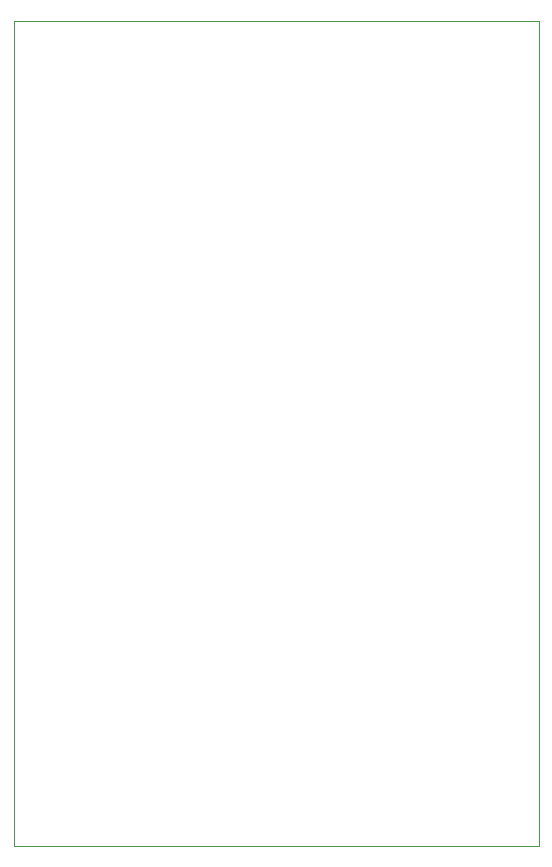
<source format=gbr>
%TF.GenerationSoftware,KiCad,Pcbnew,(6.0.9)*%
%TF.CreationDate,2023-01-21T06:35:56-09:00*%
%TF.ProjectId,CONTROLLER_ AMPCD_DDI,434f4e54-524f-44c4-9c45-522c20414d50,1*%
%TF.SameCoordinates,Original*%
%TF.FileFunction,Profile,NP*%
%FSLAX46Y46*%
G04 Gerber Fmt 4.6, Leading zero omitted, Abs format (unit mm)*
G04 Created by KiCad (PCBNEW (6.0.9)) date 2023-01-21 06:35:56*
%MOMM*%
%LPD*%
G01*
G04 APERTURE LIST*
%TA.AperFunction,Profile*%
%ADD10C,0.100000*%
%TD*%
G04 APERTURE END LIST*
D10*
X0Y0D02*
X44450000Y0D01*
X0Y69850000D02*
X0Y0D01*
X44450000Y69850000D02*
X44450000Y0D01*
X0Y69850000D02*
X44450000Y69850000D01*
M02*

</source>
